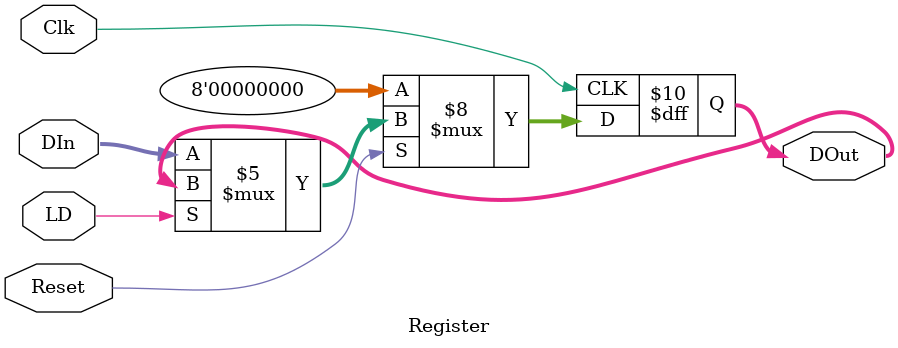
<source format=v>
`default_nettype none


module Register
#(
    parameter DataWidth = 8)
(
    input wire Clk,
    input wire Reset,                // Active Low
    input wire LD,                   // Load: Active Low
    input wire [DataWidth-1:0] DIn,  // Input
    output reg [DataWidth-1:0] DOut  // Output
);

always @(negedge Clk) begin
    if (~Reset)
        DOut <= {DataWidth{1'b0}};
    else if (~LD) begin
        `ifdef SIMULATE
            $display("%d Register Load: (%b) %h", $stime, DIn, DIn);
        `endif
        DOut <= DIn;
    end
    else
        DOut <= DOut;
end

endmodule

</source>
